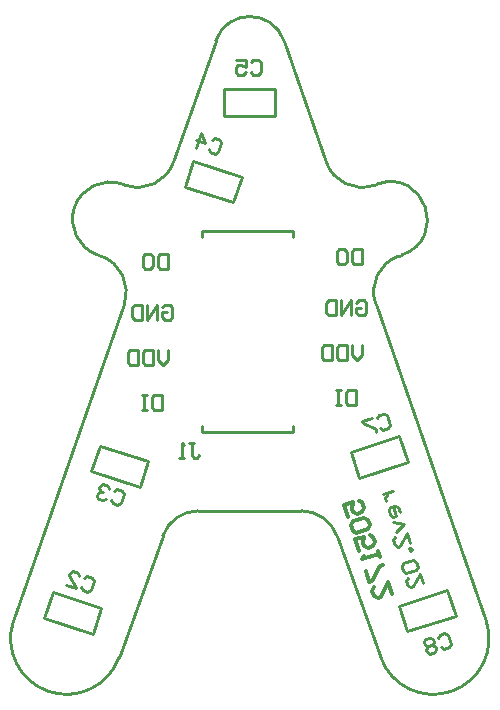
<source format=gbo>
%FSLAX25Y25*%
%MOIN*%
G70*
G01*
G75*
G04 Layer_Color=33789*
%ADD10R,0.05000X0.08000*%
%ADD11R,0.05906X0.05906*%
%ADD12P,0.08352X4X297.0*%
%ADD13P,0.08352X4X207.0*%
%ADD14R,0.05906X0.05906*%
%ADD15P,0.08352X4X153.0*%
%ADD16C,0.02500*%
%ADD17C,0.16500*%
%ADD18C,0.04000*%
%ADD19R,0.17716X0.12205*%
G04:AMPARAMS|DCode=20|XSize=80mil|YSize=50mil|CornerRadius=0mil|HoleSize=0mil|Usage=FLASHONLY|Rotation=288.000|XOffset=0mil|YOffset=0mil|HoleType=Round|Shape=Rectangle|*
%AMROTATEDRECTD20*
4,1,4,-0.03614,0.03032,0.01142,0.04577,0.03614,-0.03032,-0.01142,-0.04577,-0.03614,0.03032,0.0*
%
%ADD20ROTATEDRECTD20*%

G04:AMPARAMS|DCode=21|XSize=80mil|YSize=50mil|CornerRadius=0mil|HoleSize=0mil|Usage=FLASHONLY|Rotation=252.000|XOffset=0mil|YOffset=0mil|HoleType=Round|Shape=Rectangle|*
%AMROTATEDRECTD21*
4,1,4,-0.01142,0.04577,0.03614,0.03032,0.01142,-0.04577,-0.03614,-0.03032,-0.01142,0.04577,0.0*
%
%ADD21ROTATEDRECTD21*%

%ADD22C,0.01000*%
%ADD23C,0.01200*%
D22*
X591680Y568485D02*
G03*
X568975Y568485I-11353J-3958D01*
G01*
X631077Y497099D02*
G03*
X622847Y520706I-4115J11803D01*
G01*
X623977Y362867D02*
G03*
X659143Y374972I17491J6321D01*
G01*
X605794Y527999D02*
G03*
X621712Y520310I11803J4115D01*
G01*
X629942Y496704D02*
G03*
X622254Y480786I4115J-11803D01*
G01*
X609286Y403519D02*
G03*
X597530Y411770I-11756J-4248D01*
G01*
X563125D02*
G03*
X551369Y403519I0J-12500D01*
G01*
X538402Y480786D02*
G03*
X530713Y496704I-11803J4115D01*
G01*
X538943Y520310D02*
G03*
X554861Y527999I4115J11803D01*
G01*
X501513Y374972D02*
G03*
X536679Y362867I17675J-5783D01*
G01*
X537808Y520706D02*
G03*
X529578Y497099I-4115J-11803D01*
G01*
X621712Y520310D02*
X622847Y520706D01*
X591680Y568485D02*
X605794Y527999D01*
X629942Y496704D02*
X631077Y497099D01*
X622254Y480786D02*
X659143Y374972D01*
X580328Y411770D02*
X597530D01*
X609286Y403519D02*
X623977Y362867D01*
X536679D02*
X551369Y403519D01*
X563125Y411770D02*
X580328D01*
X501513Y374972D02*
X538402Y480786D01*
X529578Y497099D02*
X530713Y496704D01*
X554861Y527999D02*
X568975Y568485D01*
X537808Y520706D02*
X538943Y520310D01*
X594759Y438209D02*
Y440178D01*
X564247Y438209D02*
X594759D01*
X564247D02*
Y440178D01*
X594759Y503170D02*
Y505139D01*
X564247D02*
X594759D01*
X564247Y503170D02*
Y505139D01*
X571784Y543384D02*
X588816Y543384D01*
X571784Y543384D02*
Y552416D01*
X588816Y552416D01*
Y543384D02*
Y552416D01*
X629906Y380163D02*
X646103Y385426D01*
X648894Y376837D01*
X632696Y371574D02*
X648894Y376837D01*
X629906Y380163D02*
X632696Y371574D01*
X561397Y528426D02*
X577594Y523163D01*
X574803Y514574D02*
X577594Y523163D01*
X558606Y519837D02*
X574803Y514574D01*
X558606Y519837D02*
X561397Y528426D01*
X530266Y433526D02*
X546464Y428263D01*
X543673Y419673D02*
X546464Y428263D01*
X527475Y424936D02*
X543673Y419673D01*
X527475Y424936D02*
X530266Y433526D01*
X514597Y384726D02*
X530794Y379463D01*
X528004Y370874D02*
X530794Y379463D01*
X511806Y376137D02*
X528004Y370874D01*
X511806Y376137D02*
X514597Y384726D01*
X630203Y436726D02*
X632994Y428137D01*
X614006Y431463D02*
X630203Y436726D01*
X614006Y431463D02*
X616796Y422874D01*
X632994Y428137D01*
X622785Y442581D02*
X623320Y443631D01*
X624904Y444146D01*
X625954Y443611D01*
X626984Y440442D01*
X626449Y439392D01*
X624864Y438877D01*
X623815Y439412D01*
X620943Y442859D02*
X617774Y441829D01*
X618031Y441037D01*
X622230Y438897D01*
X622488Y438105D01*
X560168Y434498D02*
X561834D01*
X561001D01*
Y430333D01*
X561834Y429500D01*
X562667D01*
X563500Y430333D01*
X558502Y429500D02*
X556836D01*
X557669D01*
Y434498D01*
X558502Y433665D01*
X525118Y389491D02*
X526168Y390026D01*
X527752Y389511D01*
X528287Y388461D01*
X527257Y385292D01*
X526208Y384757D01*
X524623Y385272D01*
X524088Y386322D01*
X519077Y387074D02*
X522246Y386045D01*
X520107Y390244D01*
X520364Y391036D01*
X521414Y391571D01*
X522999Y391056D01*
X523533Y390006D01*
X535118Y418491D02*
X536168Y419026D01*
X537752Y418511D01*
X538287Y417461D01*
X537257Y414292D01*
X536208Y413757D01*
X534623Y414272D01*
X534088Y415322D01*
X533533Y419006D02*
X532999Y420056D01*
X531414Y420571D01*
X530364Y420036D01*
X530107Y419243D01*
X530642Y418194D01*
X531434Y417936D01*
X530642Y418194D01*
X529592Y417659D01*
X529334Y416867D01*
X529869Y415817D01*
X531454Y415302D01*
X532504Y415837D01*
X567618Y535491D02*
X568668Y536026D01*
X570252Y535511D01*
X570787Y534461D01*
X569757Y531292D01*
X568708Y530757D01*
X567123Y531272D01*
X566588Y532322D01*
X562369Y532817D02*
X563914Y537571D01*
X565519Y534421D01*
X562349Y535451D01*
X643044Y369432D02*
X643578Y370481D01*
X645163Y370996D01*
X646213Y370462D01*
X647243Y367292D01*
X646708Y366243D01*
X645123Y365728D01*
X644073Y366263D01*
X641459Y368917D02*
X640409Y369452D01*
X638825Y368937D01*
X638290Y367887D01*
X638547Y367095D01*
X639597Y366560D01*
X639062Y365510D01*
X639320Y364718D01*
X640369Y364183D01*
X641954Y364698D01*
X642489Y365748D01*
X642231Y366540D01*
X641182Y367075D01*
X641716Y368125D01*
X641459Y368917D01*
X641182Y367075D02*
X639597Y366560D01*
X580586Y561247D02*
X581419Y562080D01*
X583085D01*
X583918Y561247D01*
Y557915D01*
X583085Y557082D01*
X581419D01*
X580586Y557915D01*
X575588Y562080D02*
X578920D01*
Y559581D01*
X577254Y560414D01*
X576421D01*
X575588Y559581D01*
Y557915D01*
X576421Y557082D01*
X578087D01*
X578920Y557915D01*
X551000Y450498D02*
Y445500D01*
X548501D01*
X547668Y446333D01*
Y449665D01*
X548501Y450498D01*
X551000D01*
X546002D02*
X544336D01*
X545169D01*
Y445500D01*
X546002D01*
X544336D01*
X553000Y465498D02*
Y462166D01*
X551334Y460500D01*
X549668Y462166D01*
Y465498D01*
X548002D02*
Y460500D01*
X545502D01*
X544669Y461333D01*
Y464665D01*
X545502Y465498D01*
X548002D01*
X543003D02*
Y460500D01*
X540504D01*
X539671Y461333D01*
Y464665D01*
X540504Y465498D01*
X543003D01*
X551168Y479665D02*
X552001Y480498D01*
X553667D01*
X554500Y479665D01*
Y476333D01*
X553667Y475500D01*
X552001D01*
X551168Y476333D01*
Y477999D01*
X552834D01*
X549502Y475500D02*
Y480498D01*
X546169Y475500D01*
Y480498D01*
X544503D02*
Y475500D01*
X542004D01*
X541171Y476333D01*
Y479665D01*
X542004Y480498D01*
X544503D01*
X553000Y497498D02*
Y492500D01*
X550501D01*
X549668Y493333D01*
Y496665D01*
X550501Y497498D01*
X553000D01*
X545502D02*
X547169D01*
X548002Y496665D01*
Y493333D01*
X547169Y492500D01*
X545502D01*
X544669Y493333D01*
Y496665D01*
X545502Y497498D01*
X624831Y417470D02*
X628000Y418500D01*
X626415Y417985D01*
X625881Y416935D01*
X625346Y415886D01*
X625603Y415093D01*
X630317Y411369D02*
X629802Y412954D01*
X628752Y413489D01*
X627168Y412974D01*
X626633Y411924D01*
X627148Y410340D01*
X628197Y409805D01*
X628990Y410062D01*
X627960Y413231D01*
X627920Y407963D02*
X631604Y407408D01*
X628950Y404794D01*
X633664Y401070D02*
X632634Y404239D01*
X630494Y400040D01*
X629702Y399782D01*
X628652Y400317D01*
X628137Y401902D01*
X628672Y402952D01*
X634178Y399485D02*
X633386Y399228D01*
X633643Y398435D01*
X634436Y398693D01*
X634178Y399485D01*
X631504Y394236D02*
X630969Y393187D01*
X631484Y391602D01*
X632534Y391067D01*
X635703Y392097D01*
X636238Y393147D01*
X635723Y394731D01*
X634673Y395266D01*
X631504Y394236D01*
X638040Y387601D02*
X637010Y390770D01*
X634871Y386571D01*
X634078Y386314D01*
X633029Y386848D01*
X632514Y388433D01*
X633049Y389483D01*
X617700Y498998D02*
Y494000D01*
X615201D01*
X614368Y494833D01*
Y498165D01*
X615201Y498998D01*
X617700D01*
X610202D02*
X611869D01*
X612702Y498165D01*
Y494833D01*
X611869Y494000D01*
X610202D01*
X609369Y494833D01*
Y498165D01*
X610202Y498998D01*
X615868Y481165D02*
X616701Y481998D01*
X618367D01*
X619200Y481165D01*
Y477833D01*
X618367Y477000D01*
X616701D01*
X615868Y477833D01*
Y479499D01*
X617534D01*
X614202Y477000D02*
Y481998D01*
X610869Y477000D01*
Y481998D01*
X609203D02*
Y477000D01*
X606704D01*
X605871Y477833D01*
Y481165D01*
X606704Y481998D01*
X609203D01*
X617700Y466998D02*
Y463666D01*
X616034Y462000D01*
X614368Y463666D01*
Y466998D01*
X612702D02*
Y462000D01*
X610202D01*
X609369Y462833D01*
Y466165D01*
X610202Y466998D01*
X612702D01*
X607703D02*
Y462000D01*
X605204D01*
X604371Y462833D01*
Y466165D01*
X605204Y466998D01*
X607703D01*
X615700Y451998D02*
Y447000D01*
X613201D01*
X612368Y447833D01*
Y451165D01*
X613201Y451998D01*
X615700D01*
X610702D02*
X609035D01*
X609869D01*
Y447000D01*
X610702D01*
X609035D01*
D23*
X613031Y409843D02*
X611796Y413647D01*
X614648Y414573D01*
X614315Y412363D01*
X614624Y411412D01*
X615883Y410770D01*
X617785Y411388D01*
X618427Y412648D01*
X617809Y414549D01*
X616549Y415191D01*
X614600Y408251D02*
X613958Y406991D01*
X614576Y405090D01*
X615835Y404448D01*
X619638Y405684D01*
X620280Y406943D01*
X619662Y408845D01*
X618403Y409487D01*
X614600Y408251D01*
X616738Y398434D02*
X615503Y402238D01*
X618355Y403164D01*
X618022Y400954D01*
X618331Y400003D01*
X619590Y399361D01*
X621492Y399979D01*
X622134Y401239D01*
X621516Y403140D01*
X620256Y403782D01*
X623061Y398387D02*
X623678Y396485D01*
X623369Y397436D01*
X617665Y395582D01*
X618307Y396842D01*
X618901Y391779D02*
X620136Y387976D01*
X621087Y388285D01*
X623654Y393324D01*
X624605Y393633D01*
X627694Y384125D02*
X626459Y387928D01*
X623891Y382890D01*
X622940Y382581D01*
X621681Y383223D01*
X621063Y385124D01*
X621705Y386384D01*
M02*

</source>
